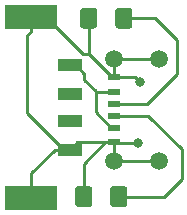
<source format=gbr>
G04 #@! TF.GenerationSoftware,KiCad,Pcbnew,5.0.2+dfsg1-1~bpo9+1*
G04 #@! TF.CreationDate,2019-09-16T10:21:19+01:00*
G04 #@! TF.ProjectId,usb_c_usb_a,7573625f-635f-4757-9362-5f612e6b6963,rev?*
G04 #@! TF.SameCoordinates,Original*
G04 #@! TF.FileFunction,Copper,L1,Top*
G04 #@! TF.FilePolarity,Positive*
%FSLAX46Y46*%
G04 Gerber Fmt 4.6, Leading zero omitted, Abs format (unit mm)*
G04 Created by KiCad (PCBNEW 5.0.2+dfsg1-1~bpo9+1) date Mon 16 Sep 2019 10:21:19 BST*
%MOMM*%
%LPD*%
G01*
G04 APERTURE LIST*
G04 #@! TA.AperFunction,SMDPad,CuDef*
%ADD10R,1.000000X0.520000*%
G04 #@! TD*
G04 #@! TA.AperFunction,SMDPad,CuDef*
%ADD11R,1.000000X0.600000*%
G04 #@! TD*
G04 #@! TA.AperFunction,ComponentPad*
%ADD12C,1.500000*%
G04 #@! TD*
G04 #@! TA.AperFunction,SMDPad,CuDef*
%ADD13R,2.000000X1.000000*%
G04 #@! TD*
G04 #@! TA.AperFunction,SMDPad,CuDef*
%ADD14R,4.500000X2.000000*%
G04 #@! TD*
G04 #@! TA.AperFunction,Conductor*
%ADD15C,0.100000*%
G04 #@! TD*
G04 #@! TA.AperFunction,SMDPad,CuDef*
%ADD16C,1.425000*%
G04 #@! TD*
G04 #@! TA.AperFunction,ViaPad*
%ADD17C,0.800000*%
G04 #@! TD*
G04 #@! TA.AperFunction,Conductor*
%ADD18C,0.250000*%
G04 #@! TD*
G04 APERTURE END LIST*
D10*
G04 #@! TO.P,U1,3*
G04 #@! TO.N,Net-(R1-Pad2)*
X168821100Y-60591700D03*
G04 #@! TO.P,U1,4*
G04 #@! TO.N,Net-(R2-Pad2)*
X168821100Y-61607700D03*
G04 #@! TO.P,U1,2*
G04 #@! TO.N,Net-(J1-Pad1)*
X168821100Y-62623700D03*
X168821100Y-59575700D03*
D11*
G04 #@! TO.P,U1,1*
G04 #@! TO.N,Net-(J1-Pad4)*
X168821100Y-63855600D03*
X168821100Y-58343800D03*
D12*
X168821100Y-65417700D03*
X168821100Y-56781700D03*
X172618400Y-56781700D03*
X172618400Y-65417700D03*
G04 #@! TD*
D13*
G04 #@! TO.P,J1,4*
G04 #@! TO.N,Net-(J1-Pad4)*
X165040381Y-64488820D03*
G04 #@! TO.P,J1,3*
G04 #@! TO.N,Net-(J1-Pad3)*
X165040381Y-62019940D03*
G04 #@! TO.P,J1,2*
G04 #@! TO.N,Net-(J1-Pad2)*
X165040381Y-59784740D03*
G04 #@! TO.P,J1,1*
G04 #@! TO.N,Net-(J1-Pad1)*
X165040381Y-57320940D03*
D14*
G04 #@! TO.P,J1,5*
G04 #@! TO.N,Net-(J1-Pad4)*
X161773941Y-53226460D03*
X161779021Y-68583300D03*
G04 #@! TD*
D15*
G04 #@! TO.N,Net-(J1-Pad4)*
G04 #@! TO.C,5.1k*
G36*
X167145904Y-52478904D02*
X167170173Y-52482504D01*
X167193971Y-52488465D01*
X167217071Y-52496730D01*
X167239249Y-52507220D01*
X167260293Y-52519833D01*
X167279998Y-52534447D01*
X167298177Y-52550923D01*
X167314653Y-52569102D01*
X167329267Y-52588807D01*
X167341880Y-52609851D01*
X167352370Y-52632029D01*
X167360635Y-52655129D01*
X167366596Y-52678927D01*
X167370196Y-52703196D01*
X167371400Y-52727700D01*
X167371400Y-53977700D01*
X167370196Y-54002204D01*
X167366596Y-54026473D01*
X167360635Y-54050271D01*
X167352370Y-54073371D01*
X167341880Y-54095549D01*
X167329267Y-54116593D01*
X167314653Y-54136298D01*
X167298177Y-54154477D01*
X167279998Y-54170953D01*
X167260293Y-54185567D01*
X167239249Y-54198180D01*
X167217071Y-54208670D01*
X167193971Y-54216935D01*
X167170173Y-54222896D01*
X167145904Y-54226496D01*
X167121400Y-54227700D01*
X166196400Y-54227700D01*
X166171896Y-54226496D01*
X166147627Y-54222896D01*
X166123829Y-54216935D01*
X166100729Y-54208670D01*
X166078551Y-54198180D01*
X166057507Y-54185567D01*
X166037802Y-54170953D01*
X166019623Y-54154477D01*
X166003147Y-54136298D01*
X165988533Y-54116593D01*
X165975920Y-54095549D01*
X165965430Y-54073371D01*
X165957165Y-54050271D01*
X165951204Y-54026473D01*
X165947604Y-54002204D01*
X165946400Y-53977700D01*
X165946400Y-52727700D01*
X165947604Y-52703196D01*
X165951204Y-52678927D01*
X165957165Y-52655129D01*
X165965430Y-52632029D01*
X165975920Y-52609851D01*
X165988533Y-52588807D01*
X166003147Y-52569102D01*
X166019623Y-52550923D01*
X166037802Y-52534447D01*
X166057507Y-52519833D01*
X166078551Y-52507220D01*
X166100729Y-52496730D01*
X166123829Y-52488465D01*
X166147627Y-52482504D01*
X166171896Y-52478904D01*
X166196400Y-52477700D01*
X167121400Y-52477700D01*
X167145904Y-52478904D01*
X167145904Y-52478904D01*
G37*
D16*
G04 #@! TD*
G04 #@! TO.P,5.1k,1*
G04 #@! TO.N,Net-(J1-Pad4)*
X166658900Y-53352700D03*
D15*
G04 #@! TO.N,Net-(R1-Pad2)*
G04 #@! TO.C,5.1k*
G36*
X170120904Y-52478904D02*
X170145173Y-52482504D01*
X170168971Y-52488465D01*
X170192071Y-52496730D01*
X170214249Y-52507220D01*
X170235293Y-52519833D01*
X170254998Y-52534447D01*
X170273177Y-52550923D01*
X170289653Y-52569102D01*
X170304267Y-52588807D01*
X170316880Y-52609851D01*
X170327370Y-52632029D01*
X170335635Y-52655129D01*
X170341596Y-52678927D01*
X170345196Y-52703196D01*
X170346400Y-52727700D01*
X170346400Y-53977700D01*
X170345196Y-54002204D01*
X170341596Y-54026473D01*
X170335635Y-54050271D01*
X170327370Y-54073371D01*
X170316880Y-54095549D01*
X170304267Y-54116593D01*
X170289653Y-54136298D01*
X170273177Y-54154477D01*
X170254998Y-54170953D01*
X170235293Y-54185567D01*
X170214249Y-54198180D01*
X170192071Y-54208670D01*
X170168971Y-54216935D01*
X170145173Y-54222896D01*
X170120904Y-54226496D01*
X170096400Y-54227700D01*
X169171400Y-54227700D01*
X169146896Y-54226496D01*
X169122627Y-54222896D01*
X169098829Y-54216935D01*
X169075729Y-54208670D01*
X169053551Y-54198180D01*
X169032507Y-54185567D01*
X169012802Y-54170953D01*
X168994623Y-54154477D01*
X168978147Y-54136298D01*
X168963533Y-54116593D01*
X168950920Y-54095549D01*
X168940430Y-54073371D01*
X168932165Y-54050271D01*
X168926204Y-54026473D01*
X168922604Y-54002204D01*
X168921400Y-53977700D01*
X168921400Y-52727700D01*
X168922604Y-52703196D01*
X168926204Y-52678927D01*
X168932165Y-52655129D01*
X168940430Y-52632029D01*
X168950920Y-52609851D01*
X168963533Y-52588807D01*
X168978147Y-52569102D01*
X168994623Y-52550923D01*
X169012802Y-52534447D01*
X169032507Y-52519833D01*
X169053551Y-52507220D01*
X169075729Y-52496730D01*
X169098829Y-52488465D01*
X169122627Y-52482504D01*
X169146896Y-52478904D01*
X169171400Y-52477700D01*
X170096400Y-52477700D01*
X170120904Y-52478904D01*
X170120904Y-52478904D01*
G37*
D16*
G04 #@! TD*
G04 #@! TO.P,5.1k,2*
G04 #@! TO.N,Net-(R1-Pad2)*
X169633900Y-53352700D03*
D15*
G04 #@! TO.N,Net-(R2-Pad2)*
G04 #@! TO.C,5.1k*
G36*
X169689104Y-67579204D02*
X169713373Y-67582804D01*
X169737171Y-67588765D01*
X169760271Y-67597030D01*
X169782449Y-67607520D01*
X169803493Y-67620133D01*
X169823198Y-67634747D01*
X169841377Y-67651223D01*
X169857853Y-67669402D01*
X169872467Y-67689107D01*
X169885080Y-67710151D01*
X169895570Y-67732329D01*
X169903835Y-67755429D01*
X169909796Y-67779227D01*
X169913396Y-67803496D01*
X169914600Y-67828000D01*
X169914600Y-69078000D01*
X169913396Y-69102504D01*
X169909796Y-69126773D01*
X169903835Y-69150571D01*
X169895570Y-69173671D01*
X169885080Y-69195849D01*
X169872467Y-69216893D01*
X169857853Y-69236598D01*
X169841377Y-69254777D01*
X169823198Y-69271253D01*
X169803493Y-69285867D01*
X169782449Y-69298480D01*
X169760271Y-69308970D01*
X169737171Y-69317235D01*
X169713373Y-69323196D01*
X169689104Y-69326796D01*
X169664600Y-69328000D01*
X168739600Y-69328000D01*
X168715096Y-69326796D01*
X168690827Y-69323196D01*
X168667029Y-69317235D01*
X168643929Y-69308970D01*
X168621751Y-69298480D01*
X168600707Y-69285867D01*
X168581002Y-69271253D01*
X168562823Y-69254777D01*
X168546347Y-69236598D01*
X168531733Y-69216893D01*
X168519120Y-69195849D01*
X168508630Y-69173671D01*
X168500365Y-69150571D01*
X168494404Y-69126773D01*
X168490804Y-69102504D01*
X168489600Y-69078000D01*
X168489600Y-67828000D01*
X168490804Y-67803496D01*
X168494404Y-67779227D01*
X168500365Y-67755429D01*
X168508630Y-67732329D01*
X168519120Y-67710151D01*
X168531733Y-67689107D01*
X168546347Y-67669402D01*
X168562823Y-67651223D01*
X168581002Y-67634747D01*
X168600707Y-67620133D01*
X168621751Y-67607520D01*
X168643929Y-67597030D01*
X168667029Y-67588765D01*
X168690827Y-67582804D01*
X168715096Y-67579204D01*
X168739600Y-67578000D01*
X169664600Y-67578000D01*
X169689104Y-67579204D01*
X169689104Y-67579204D01*
G37*
D16*
G04 #@! TD*
G04 #@! TO.P,5.1k,2*
G04 #@! TO.N,Net-(R2-Pad2)*
X169202100Y-68453000D03*
D15*
G04 #@! TO.N,Net-(J1-Pad4)*
G04 #@! TO.C,5.1k*
G36*
X166714104Y-67579204D02*
X166738373Y-67582804D01*
X166762171Y-67588765D01*
X166785271Y-67597030D01*
X166807449Y-67607520D01*
X166828493Y-67620133D01*
X166848198Y-67634747D01*
X166866377Y-67651223D01*
X166882853Y-67669402D01*
X166897467Y-67689107D01*
X166910080Y-67710151D01*
X166920570Y-67732329D01*
X166928835Y-67755429D01*
X166934796Y-67779227D01*
X166938396Y-67803496D01*
X166939600Y-67828000D01*
X166939600Y-69078000D01*
X166938396Y-69102504D01*
X166934796Y-69126773D01*
X166928835Y-69150571D01*
X166920570Y-69173671D01*
X166910080Y-69195849D01*
X166897467Y-69216893D01*
X166882853Y-69236598D01*
X166866377Y-69254777D01*
X166848198Y-69271253D01*
X166828493Y-69285867D01*
X166807449Y-69298480D01*
X166785271Y-69308970D01*
X166762171Y-69317235D01*
X166738373Y-69323196D01*
X166714104Y-69326796D01*
X166689600Y-69328000D01*
X165764600Y-69328000D01*
X165740096Y-69326796D01*
X165715827Y-69323196D01*
X165692029Y-69317235D01*
X165668929Y-69308970D01*
X165646751Y-69298480D01*
X165625707Y-69285867D01*
X165606002Y-69271253D01*
X165587823Y-69254777D01*
X165571347Y-69236598D01*
X165556733Y-69216893D01*
X165544120Y-69195849D01*
X165533630Y-69173671D01*
X165525365Y-69150571D01*
X165519404Y-69126773D01*
X165515804Y-69102504D01*
X165514600Y-69078000D01*
X165514600Y-67828000D01*
X165515804Y-67803496D01*
X165519404Y-67779227D01*
X165525365Y-67755429D01*
X165533630Y-67732329D01*
X165544120Y-67710151D01*
X165556733Y-67689107D01*
X165571347Y-67669402D01*
X165587823Y-67651223D01*
X165606002Y-67634747D01*
X165625707Y-67620133D01*
X165646751Y-67607520D01*
X165668929Y-67597030D01*
X165692029Y-67588765D01*
X165715827Y-67582804D01*
X165740096Y-67579204D01*
X165764600Y-67578000D01*
X166689600Y-67578000D01*
X166714104Y-67579204D01*
X166714104Y-67579204D01*
G37*
D16*
G04 #@! TD*
G04 #@! TO.P,5.1k,1*
G04 #@! TO.N,Net-(J1-Pad4)*
X166227100Y-68453000D03*
D17*
G04 #@! TO.N,Net-(J1-Pad4)*
X171005500Y-58788300D03*
X170865800Y-63893700D03*
G04 #@! TD*
D18*
G04 #@! TO.N,Net-(J1-Pad4)*
X161779021Y-67333300D02*
X161779021Y-68583300D01*
X161779021Y-66500180D02*
X161779021Y-67333300D01*
X163790381Y-64488820D02*
X161779021Y-66500180D01*
X165040381Y-64488820D02*
X163790381Y-64488820D01*
X161773941Y-54476460D02*
X161417000Y-54833401D01*
X161773941Y-53226460D02*
X161773941Y-54476460D01*
X164540381Y-64488820D02*
X165040381Y-64488820D01*
X161417000Y-61365439D02*
X164540381Y-64488820D01*
X161417000Y-54833401D02*
X161417000Y-61365439D01*
X169881760Y-56781700D02*
X172618400Y-56781700D01*
X168821100Y-56781700D02*
X169881760Y-56781700D01*
X168821100Y-58343800D02*
X168821100Y-56781700D01*
X168821100Y-63855600D02*
X168821100Y-65417700D01*
X169881760Y-65417700D02*
X172618400Y-65417700D01*
X168821100Y-65417700D02*
X169881760Y-65417700D01*
X165673601Y-63855600D02*
X165040381Y-64488820D01*
X168821100Y-63855600D02*
X165673601Y-63855600D01*
X166227100Y-65699600D02*
X166227100Y-67478000D01*
X166227100Y-67478000D02*
X166227100Y-68453000D01*
X168071100Y-63855600D02*
X166227100Y-65699600D01*
X168821100Y-63855600D02*
X168071100Y-63855600D01*
X166658900Y-54327700D02*
X166658900Y-53352700D01*
X166658900Y-56381600D02*
X166658900Y-54327700D01*
X168621100Y-58343800D02*
X166658900Y-56381600D01*
X168821100Y-58343800D02*
X168621100Y-58343800D01*
X163023941Y-53226460D02*
X161773941Y-53226460D01*
X166179081Y-56381600D02*
X163023941Y-53226460D01*
X166658900Y-56381600D02*
X166179081Y-56381600D01*
X170561000Y-58343800D02*
X171005500Y-58788300D01*
X168821100Y-58343800D02*
X170561000Y-58343800D01*
X168859200Y-63893700D02*
X168821100Y-63855600D01*
X170865800Y-63893700D02*
X168859200Y-63893700D01*
G04 #@! TO.N,Net-(J1-Pad1)*
X165540381Y-57320940D02*
X165040381Y-57320940D01*
X166290381Y-58070940D02*
X165540381Y-57320940D01*
X166290381Y-58570940D02*
X166290381Y-58070940D01*
X168821100Y-59575700D02*
X167295141Y-59575700D01*
X168581100Y-62623700D02*
X167231641Y-61274241D01*
X167295141Y-59575700D02*
X167231641Y-59512200D01*
X167231641Y-61274241D02*
X167231641Y-59512200D01*
X168821100Y-62623700D02*
X168581100Y-62623700D01*
X167231641Y-59512200D02*
X166290381Y-58570940D01*
G04 #@! TO.N,Net-(R1-Pad2)*
X168821100Y-60591700D02*
X171602400Y-60591700D01*
X171602400Y-60591700D02*
X174142400Y-58051700D01*
X174142400Y-58051700D02*
X174142400Y-55206900D01*
X172288200Y-53352700D02*
X169633900Y-53352700D01*
X174142400Y-55206900D02*
X172288200Y-53352700D01*
G04 #@! TO.N,Net-(R2-Pad2)*
X168821100Y-61607700D02*
X171678600Y-61607700D01*
X171678600Y-61607700D02*
X174523400Y-64452500D01*
X174523400Y-64452500D02*
X174523400Y-66954400D01*
X173024800Y-68453000D02*
X169202100Y-68453000D01*
X174523400Y-66954400D02*
X173024800Y-68453000D01*
G04 #@! TD*
M02*

</source>
